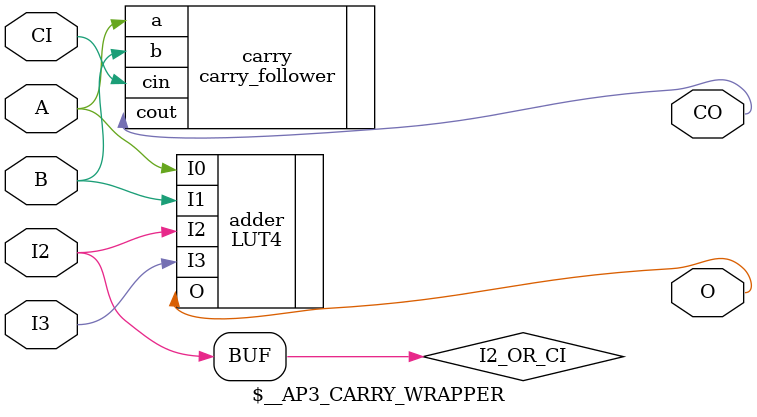
<source format=v>
(* abc9_box, lib_whitebox *)
module \$__AP3_CARRY_WRAPPER (
	(* abc9_carry *)
	output CO,
	output O,
	input A, B,
	(* abc9_carry *)
	input CI,
	input I2, I3
);
	parameter LUT = 0;
	parameter I2_IS_CI = 0;
	wire I2_OR_CI = I2_IS_CI ? CI : I2;
	carry_follower carry (
		.a(A),
		.b(B),
		.cin(CI),
		.cout(CO)
	);
	LUT4 #(
		.INIT(LUT)
	) adder (
		.I0(A),
		.I1(B),
		.I2(I2_OR_CI),
		.I3(I3),
		.O(O)
	);
endmodule

</source>
